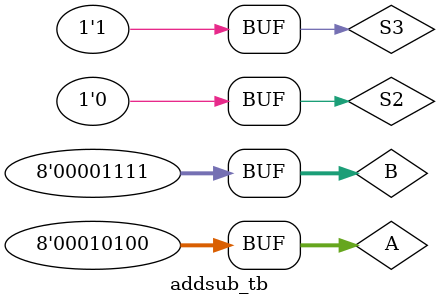
<source format=v>
module addsub_tb;
reg [7:0] A, B;
reg S3,S2;
wire [7:0] S;
wire Z,C,O;

addsub_st uut(A, B, S3, S2, Z, C, O, S);

initial 
begin
A=8'b10010100;
B=8'b11001011;
S3=1;
S2=1;
#100;

A=8'b10010100;
B=8'b11001011;
S3=1;
S2=0;
#100;

A=8'b00010100;
B=8'b10001011;
S3=1;
S2=1;
#100;

A=8'b00010100;
B=8'b11111011;
S3=0;
S2=1;
#100;

A=8'b00010100;
B=8'b00001111;
S3=1;
S2=0;
#100;

end
endmodule


</source>
